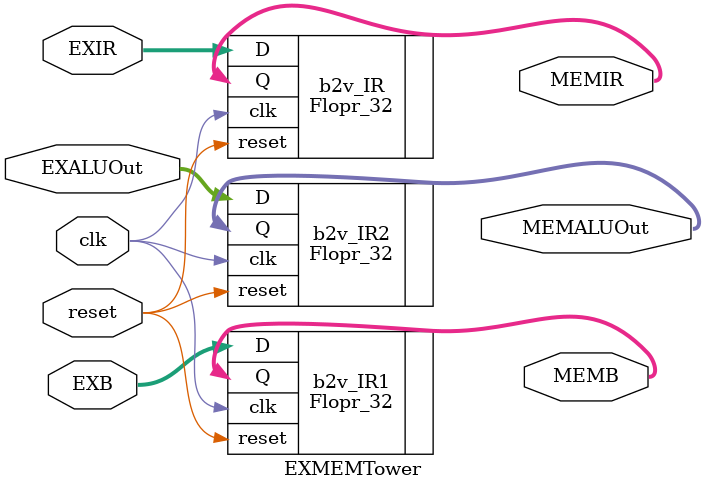
<source format=v>


module EXMEMTower(
	reset,
	clk,
	EXALUOut,
	EXB,
	EXIR,
	MEMALUOut,
	MEMB,
	MEMIR
);


input wire	reset;
input wire	clk;
input wire	[31:0] EXALUOut;
input wire	[31:0] EXB;
input wire	[31:0] EXIR;
output wire	[31:0] MEMALUOut;
output wire	[31:0] MEMB;
output wire	[31:0] MEMIR;






Flopr_32	b2v_IR(
	.reset(reset),
	.clk(clk),
	.D(EXIR),
	.Q(MEMIR));


Flopr_32	b2v_IR1(
	.reset(reset),
	.clk(clk),
	.D(EXB),
	.Q(MEMB));


Flopr_32	b2v_IR2(
	.reset(reset),
	.clk(clk),
	.D(EXALUOut),
	.Q(MEMALUOut));


endmodule

</source>
